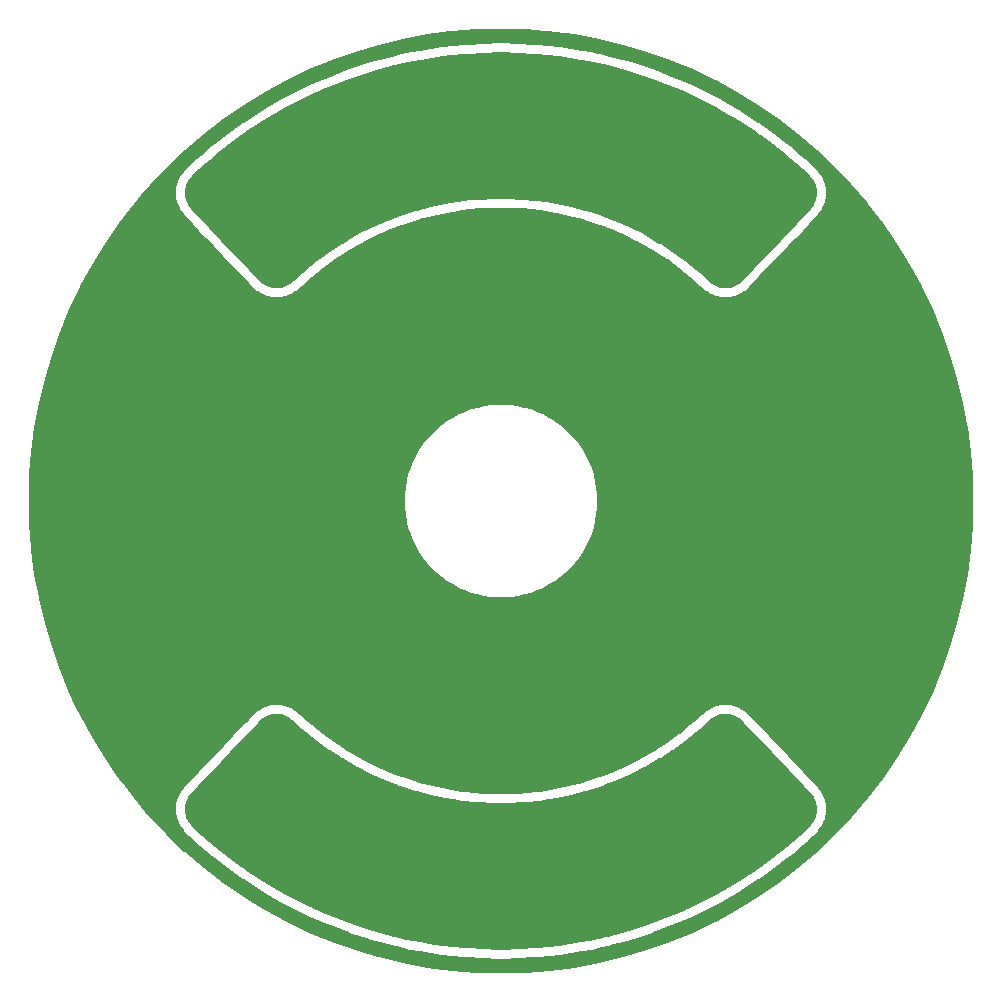
<source format=gbr>
%TF.GenerationSoftware,KiCad,Pcbnew,7.0.5.1-1-g8f565ef7f0-dirty-deb11*%
%TF.CreationDate,2023-07-01T18:37:16+00:00*%
%TF.ProjectId,USTTHUNDERMILLPCB03,55535454-4855-44e4-9445-524d494c4c50,rev?*%
%TF.SameCoordinates,Original*%
%TF.FileFunction,Copper,L1,Top*%
%TF.FilePolarity,Positive*%
%FSLAX46Y46*%
G04 Gerber Fmt 4.6, Leading zero omitted, Abs format (unit mm)*
G04 Created by KiCad (PCBNEW 7.0.5.1-1-g8f565ef7f0-dirty-deb11) date 2023-07-01 18:37:16*
%MOMM*%
%LPD*%
G01*
G04 APERTURE LIST*
%TA.AperFunction,ComponentPad*%
%ADD10C,3.000000*%
%TD*%
%TA.AperFunction,ViaPad*%
%ADD11C,0.800000*%
%TD*%
G04 APERTURE END LIST*
D10*
%TO.P,M2,1*%
%TO.N,GND*%
X-5500000Y9526279D03*
%TD*%
%TO.P,M3,1*%
%TO.N,GND*%
X-5500000Y-9526279D03*
%TD*%
%TO.P,M1,1*%
%TO.N,GND*%
X11000000Y0D03*
%TD*%
D11*
%TO.N,STATOR_A*%
X18900000Y19100000D03*
%TO.N,STATOR_B*%
X18900000Y-19300000D03*
%TO.N,GND*%
X37051635Y-409465D03*
X-34957193Y-12287634D03*
X-32292389Y-18171210D03*
X-37051635Y409465D03*
X-34677103Y13057177D03*
X-28646398Y-23502663D03*
X-36559840Y-6030705D03*
X-36417634Y6837193D03*
X28646398Y23502663D03*
X31882925Y-18880424D03*
X34957193Y12287634D03*
X-31882925Y18880424D03*
X28120000Y-24130000D03*
X36417634Y-6837193D03*
X-28120000Y24130000D03*
X36559840Y6030705D03*
X34677103Y-13057177D03*
X32292389Y18171210D03*
%TD*%
%TA.AperFunction,Conductor*%
%TO.N,STATOR_A*%
G36*
X221633Y37986104D02*
G01*
X418066Y37983534D01*
X1150475Y37964370D01*
X1151723Y37964321D01*
X3031332Y37865819D01*
X3033889Y37865617D01*
X4905094Y37668938D01*
X4907660Y37668601D01*
X6766692Y37374198D01*
X6767849Y37373999D01*
X7488307Y37240496D01*
X7897781Y37159019D01*
X7898940Y37158772D01*
X8306130Y37066597D01*
X9018625Y36895537D01*
X9019774Y36895245D01*
X10837818Y36408084D01*
X10840285Y36407353D01*
X12629678Y35825964D01*
X12632122Y35825099D01*
X14389363Y35150573D01*
X14390496Y35150122D01*
X15067442Y34869710D01*
X15450958Y34704953D01*
X15452101Y34704444D01*
X15831150Y34529721D01*
X16492551Y34214261D01*
X16493714Y34213687D01*
X18170703Y33359232D01*
X18172981Y33357995D01*
X19173048Y32780597D01*
X19802349Y32417263D01*
X19802353Y32417261D01*
X19804562Y32415907D01*
X21383107Y31390800D01*
X21384121Y31390123D01*
X21910812Y31028157D01*
X21987988Y30975118D01*
X22328873Y30734169D01*
X22329893Y30733428D01*
X22664307Y30483664D01*
X23762879Y29640689D01*
X23763896Y29639887D01*
X24214136Y29275309D01*
X24215131Y29274481D01*
X24251566Y29243367D01*
X24331737Y29174902D01*
X24413341Y29105215D01*
X24413342Y29105214D01*
X24457624Y29067415D01*
X24457633Y29067400D01*
X24457637Y29067404D01*
X24501941Y29029573D01*
X24546128Y28991811D01*
X24546129Y28991811D01*
X24678852Y28878444D01*
X24678853Y28878444D01*
X24678861Y28878437D01*
X24678862Y28878436D01*
X24722932Y28840810D01*
X24722936Y28840804D01*
X24722938Y28840805D01*
X24943826Y28652188D01*
X24943825Y28652188D01*
X24943828Y28652187D01*
X24999031Y28605041D01*
X25276529Y28368029D01*
X25279102Y28365831D01*
X25284341Y28361356D01*
X25284343Y28361353D01*
X25284343Y28361354D01*
X25339364Y28314356D01*
X25374757Y28284123D01*
X25375733Y28283267D01*
X25422859Y28240825D01*
X25475850Y28193100D01*
X25476785Y28192235D01*
X25575049Y28098962D01*
X25874805Y27814460D01*
X26040689Y27657025D01*
X26042070Y27655662D01*
X26200860Y27492669D01*
X26202187Y27491252D01*
X26224894Y27466038D01*
X26262868Y27423871D01*
X26266121Y27419853D01*
X26502936Y27093960D01*
X26513287Y27076035D01*
X26673960Y26715216D01*
X26680357Y26695528D01*
X26762488Y26309145D01*
X26764652Y26288560D01*
X26764648Y25893502D01*
X26762484Y25872918D01*
X26680357Y25486581D01*
X26673960Y25466894D01*
X26513287Y25106073D01*
X26502941Y25088154D01*
X26266331Y24762489D01*
X26262622Y24757971D01*
X25980684Y24453119D01*
X25975389Y24447545D01*
X25942237Y24412650D01*
X25678136Y24134664D01*
X25667784Y24123767D01*
X25662693Y24118408D01*
X25624575Y24078288D01*
X25554048Y24004056D01*
X25554049Y24004055D01*
X25028783Y23451123D01*
X24987821Y23407998D01*
X24415131Y22805152D01*
X24409853Y22799596D01*
X24405007Y22794495D01*
X24405007Y22794494D01*
X24372948Y22760756D01*
X24372949Y22760755D01*
X23717873Y22071221D01*
X23717874Y22071220D01*
X23686794Y22038503D01*
X22969573Y21283520D01*
X22939442Y21251803D01*
X22161948Y20433394D01*
X22161949Y20433393D01*
X22098151Y20366236D01*
X21423077Y19655632D01*
X21333724Y19561574D01*
X21333716Y19561566D01*
X21249839Y19473278D01*
X21064649Y19278348D01*
X21064650Y19278347D01*
X20582343Y18770653D01*
X20582344Y18770652D01*
X20486709Y18669981D01*
X20483447Y18666847D01*
X20179418Y18400370D01*
X20163664Y18389084D01*
X19821030Y18191261D01*
X19802123Y18182844D01*
X19674792Y18141474D01*
X19426384Y18060766D01*
X19406137Y18056463D01*
X19013288Y18015190D01*
X18992600Y18015190D01*
X18599739Y18056464D01*
X18579489Y18060768D01*
X18427164Y18110267D01*
X18203833Y18182839D01*
X18184930Y18191256D01*
X17842269Y18389084D01*
X17841162Y18389724D01*
X17827368Y18399336D01*
X17696260Y18508359D01*
X17514296Y18659671D01*
X17511871Y18661826D01*
X17397233Y18770616D01*
X17397211Y18770636D01*
X17397195Y18770651D01*
X16849278Y19264007D01*
X16849255Y19264027D01*
X16849243Y19264038D01*
X16849223Y19264055D01*
X16500882Y19561574D01*
X15540774Y20339083D01*
X15540713Y20339130D01*
X14488171Y21103866D01*
X14484449Y21104159D01*
X14468433Y21112587D01*
X13505136Y21738133D01*
X13416043Y21792724D01*
X13415996Y21792753D01*
X13415995Y21792753D01*
X13415992Y21792755D01*
X12990324Y22038503D01*
X12165107Y22514921D01*
X12118178Y22540401D01*
X12073143Y22564854D01*
X10972414Y23125746D01*
X10972372Y23125766D01*
X10069545Y23527746D01*
X9843833Y23628244D01*
X9843818Y23628250D01*
X9843814Y23628252D01*
X9843807Y23628255D01*
X9843786Y23628263D01*
X9843772Y23628269D01*
X8690491Y24070936D01*
X8690388Y24070974D01*
X8591893Y24105850D01*
X8591852Y24105864D01*
X7555421Y24442607D01*
X7218112Y24552201D01*
X7198018Y24558154D01*
X7117885Y24581891D01*
X7117834Y24581905D01*
X5924518Y24901655D01*
X5924513Y24901657D01*
X5924494Y24901661D01*
X4716107Y25158553D01*
X4716105Y25158554D01*
X4716102Y25158554D01*
X4715674Y25158645D01*
X4714816Y25158758D01*
X3825270Y25299678D01*
X3495908Y25351855D01*
X3495907Y25351856D01*
X3495889Y25351858D01*
X3413875Y25362655D01*
X3410390Y25363114D01*
X3392264Y25365500D01*
X3392245Y25365503D01*
X3392224Y25365505D01*
X2909751Y25416203D01*
X1955714Y25516451D01*
X1955689Y25516454D01*
X1955673Y25516455D01*
X1953618Y25516617D01*
X1851467Y25524652D01*
X1851443Y25524653D01*
X617722Y25589305D01*
X617710Y25589305D01*
X-617710Y25589305D01*
X-617723Y25589305D01*
X-1851445Y25524653D01*
X-1851469Y25524652D01*
X-1955664Y25516456D01*
X-1955669Y25516456D01*
X-1955676Y25516455D01*
X-1955685Y25516455D01*
X-1955718Y25516451D01*
X-2470882Y25462319D01*
X-3392219Y25365507D01*
X-3392244Y25365504D01*
X-3392262Y25365502D01*
X-3481061Y25353810D01*
X-3495894Y25351857D01*
X-3725583Y25315471D01*
X-4716099Y25158555D01*
X-5924498Y24901661D01*
X-5924522Y24901655D01*
X-5924521Y24901655D01*
X-7117844Y24581905D01*
X-7117867Y24581899D01*
X-7117893Y24581891D01*
X-7218119Y24552201D01*
X-8591901Y24105849D01*
X-8690442Y24070956D01*
X-8690492Y24070938D01*
X-9843796Y23628263D01*
X-9844723Y23627855D01*
X-9844895Y23627773D01*
X-10972380Y23125766D01*
X-10972422Y23125746D01*
X-12073147Y22564855D01*
X-12146303Y22525134D01*
X-12165118Y22514918D01*
X-12780752Y22159498D01*
X-13416002Y21792754D01*
X-13416052Y21792724D01*
X-13505114Y21738151D01*
X-14468439Y21112587D01*
X-14480691Y21109305D01*
X-15540719Y20339130D01*
X-15540780Y20339083D01*
X-16500866Y19561593D01*
X-16662833Y19423258D01*
X-16715658Y19378139D01*
X-16798909Y19307034D01*
X-16832493Y19278349D01*
X-16849285Y19264007D01*
X-17324863Y18835788D01*
X-17397221Y18770635D01*
X-17511880Y18661827D01*
X-17514305Y18659672D01*
X-17827372Y18399342D01*
X-17841171Y18389726D01*
X-18028773Y18281418D01*
X-18184945Y18191255D01*
X-18203842Y18182840D01*
X-18579505Y18060767D01*
X-18599747Y18056465D01*
X-18854670Y18029683D01*
X-18992613Y18015190D01*
X-19013301Y18015190D01*
X-19134566Y18027931D01*
X-19406156Y18056465D01*
X-19426395Y18060767D01*
X-19576334Y18109482D01*
X-19802134Y18182845D01*
X-19821044Y18191264D01*
X-20163679Y18389089D01*
X-20179433Y18400375D01*
X-20483461Y18666851D01*
X-20486723Y18669985D01*
X-20582357Y18770655D01*
X-20582357Y18770656D01*
X-21064663Y19278349D01*
X-21064663Y19278350D01*
X-21297147Y19523062D01*
X-22132858Y20402755D01*
X-22161966Y20433397D01*
X-22161966Y20433398D01*
X-22939458Y21251804D01*
X-22969590Y21283522D01*
X-22969591Y21283522D01*
X-23686808Y22038504D01*
X-23717888Y22071223D01*
X-23717890Y22071226D01*
X-24372957Y22760754D01*
X-24405014Y22794494D01*
X-24405015Y22794496D01*
X-24405020Y22794500D01*
X-24719696Y23125746D01*
X-24989186Y23409427D01*
X-24995957Y23416555D01*
X-25028791Y23451121D01*
X-25028793Y23451124D01*
X-25554060Y24004057D01*
X-25554060Y24004058D01*
X-25617636Y24070974D01*
X-25650776Y24105855D01*
X-25662704Y24118410D01*
X-25970708Y24442605D01*
X-25980689Y24453112D01*
X-25980695Y24453119D01*
X-26262635Y24757974D01*
X-26266344Y24762492D01*
X-26502954Y25088156D01*
X-26513300Y25106075D01*
X-26673975Y25466902D01*
X-26680372Y25486590D01*
X-26762495Y25872927D01*
X-26764658Y25893495D01*
X-26764662Y26288560D01*
X-26762499Y26309142D01*
X-26680371Y26695525D01*
X-26673973Y26715214D01*
X-26513300Y27076035D01*
X-26513297Y27076045D01*
X-26502946Y27093968D01*
X-26266123Y27419871D01*
X-26262892Y27423862D01*
X-26202171Y27491288D01*
X-26200924Y27492620D01*
X-26042061Y27655685D01*
X-26040752Y27656978D01*
X-25928655Y27763363D01*
X-25874811Y27814462D01*
X-25575067Y28098958D01*
X-25566488Y28107103D01*
X-25476754Y28192280D01*
X-25475942Y28193031D01*
X-25375738Y28283278D01*
X-25374770Y28284126D01*
X-25284357Y28361356D01*
X-24999047Y28605043D01*
X-24943843Y28652189D01*
X-24722961Y28840804D01*
X-24722957Y28840806D01*
X-24678890Y28878430D01*
X-24546165Y28991800D01*
X-24501957Y29029578D01*
X-24457657Y29067406D01*
X-24457656Y29067404D01*
X-24457647Y29067415D01*
X-24413365Y29105215D01*
X-24215083Y29274542D01*
X-24214244Y29275240D01*
X-23763887Y29639912D01*
X-23762921Y29640674D01*
X-22664352Y30483646D01*
X-22329910Y30733430D01*
X-22328889Y30734171D01*
X-21988006Y30975118D01*
X-21384105Y31390148D01*
X-21383170Y31390771D01*
X-19804575Y32415912D01*
X-19802394Y32417249D01*
X-18172952Y33358023D01*
X-18170724Y33359232D01*
X-16493675Y34213718D01*
X-16492652Y34214223D01*
X-15831163Y34529724D01*
X-15452037Y34704484D01*
X-15451064Y34704917D01*
X-15067506Y34869692D01*
X-14888248Y34943947D01*
X-14390498Y35150131D01*
X-14389365Y35150582D01*
X-12632122Y35825108D01*
X-12629706Y35825963D01*
X-10840293Y36407358D01*
X-10837857Y36408079D01*
X-9019773Y36895249D01*
X-9018660Y36895531D01*
X-8306140Y37066597D01*
X-7898933Y37158777D01*
X-7897817Y37159015D01*
X-7488325Y37240496D01*
X-6767854Y37374001D01*
X-6766722Y37374195D01*
X-4907672Y37668602D01*
X-4905111Y37668938D01*
X-4327999Y37729598D01*
X-3033898Y37865619D01*
X-3031382Y37865817D01*
X-1151737Y37964321D01*
X-1150493Y37964370D01*
X-418082Y37983534D01*
X-224904Y37986061D01*
X-620Y37988995D01*
X604Y37988995D01*
X221633Y37986104D01*
G37*
%TD.AperFunction*%
%TD*%
%TA.AperFunction,Conductor*%
%TO.N,STATOR_B*%
G36*
X-18599748Y-18056459D02*
G01*
X-18579496Y-18060763D01*
X-18203839Y-18182834D01*
X-18184937Y-18191251D01*
X-17841173Y-18389717D01*
X-17827376Y-18399331D01*
X-17680072Y-18521821D01*
X-17514300Y-18659668D01*
X-17511887Y-18661812D01*
X-17397198Y-18770648D01*
X-16849282Y-19264001D01*
X-16710621Y-19382431D01*
X-16500863Y-19561586D01*
X-15540754Y-20339097D01*
X-15540725Y-20339118D01*
X-14541249Y-21065300D01*
X-14541249Y-21065299D01*
X-14519316Y-21081235D01*
X-14515277Y-21082204D01*
X-14513103Y-21083575D01*
X-13572047Y-21694677D01*
X-13505111Y-21738144D01*
X-13416049Y-21792717D01*
X-13416018Y-21792735D01*
X-13415999Y-21792747D01*
X-13415975Y-21792761D01*
X-13415941Y-21792781D01*
X-12165154Y-22514891D01*
X-12165107Y-22514918D01*
X-12073125Y-22564861D01*
X-10972399Y-23125751D01*
X-9843821Y-23628245D01*
X-9843810Y-23628250D01*
X-9843781Y-23628261D01*
X-8690488Y-24070933D01*
X-8690464Y-24070941D01*
X-8690437Y-24070952D01*
X-8628009Y-24093057D01*
X-8591898Y-24105844D01*
X-8591886Y-24105848D01*
X-8591880Y-24105850D01*
X-7218119Y-24552196D01*
X-7117843Y-24581899D01*
X-5924519Y-24901649D01*
X-4716901Y-25158379D01*
X-4716657Y-25158436D01*
X-4716187Y-25158531D01*
X-4716104Y-25158549D01*
X-4716100Y-25158550D01*
X-3495889Y-25351854D01*
X-3424413Y-25361264D01*
X-3392256Y-25365498D01*
X-3392250Y-25365498D01*
X-3392224Y-25365502D01*
X-1955674Y-25516452D01*
X-1851441Y-25524651D01*
X-655662Y-25587312D01*
X-650478Y-25589301D01*
X-617710Y-25589301D01*
X-617710Y-25589302D01*
X578211Y-25589301D01*
X583699Y-25591084D01*
X617710Y-25589301D01*
X617710Y-25589302D01*
X1851440Y-25524651D01*
X1851463Y-25524649D01*
X1851467Y-25524649D01*
X1862714Y-25523764D01*
X1955678Y-25516452D01*
X3392232Y-25365501D01*
X3392260Y-25365497D01*
X3392263Y-25365497D01*
X3397960Y-25364746D01*
X3495893Y-25351854D01*
X4714829Y-25158751D01*
X4715680Y-25158639D01*
X4716094Y-25158550D01*
X4716100Y-25158550D01*
X4716101Y-25158550D01*
X5924520Y-24901649D01*
X7117848Y-24581898D01*
X7218122Y-24552195D01*
X8591880Y-24105850D01*
X8690435Y-24070953D01*
X8690488Y-24070933D01*
X8923368Y-23981545D01*
X9843811Y-23628249D01*
X9843823Y-23628244D01*
X10972402Y-23125751D01*
X12073128Y-22564861D01*
X12165110Y-22514918D01*
X13416002Y-21792747D01*
X13505119Y-21738141D01*
X14468436Y-21112582D01*
X14480689Y-21109299D01*
X14541232Y-21065310D01*
X14541250Y-21065299D01*
X14541249Y-21065300D01*
X15540723Y-20339119D01*
X15540748Y-20339100D01*
X16500893Y-19561561D01*
X16849282Y-19264001D01*
X17397199Y-18770648D01*
X17511902Y-18661798D01*
X17514291Y-18659676D01*
X17827374Y-18399332D01*
X17841164Y-18389723D01*
X18184943Y-18191246D01*
X18203829Y-18182837D01*
X18579500Y-18060761D01*
X18599737Y-18056460D01*
X18992611Y-18015185D01*
X19013285Y-18015185D01*
X19406144Y-18056458D01*
X19426384Y-18060760D01*
X19802126Y-18182839D01*
X19821035Y-18191257D01*
X20163664Y-18389079D01*
X20179414Y-18400362D01*
X20483456Y-18666849D01*
X20486708Y-18669973D01*
X20582347Y-18770648D01*
X21064652Y-19278340D01*
X21187009Y-19407134D01*
X21297138Y-19523056D01*
X22132847Y-20402748D01*
X22161955Y-20433389D01*
X22939449Y-21251796D01*
X22969579Y-21283511D01*
X22969581Y-21283514D01*
X22969582Y-21283514D01*
X23685363Y-22036988D01*
X23686379Y-22038057D01*
X23686796Y-22038496D01*
X23686797Y-22038498D01*
X23686798Y-22038498D01*
X23717877Y-22071216D01*
X24186853Y-22564866D01*
X24372947Y-22760750D01*
X24405003Y-22794489D01*
X24405007Y-22794493D01*
X24405006Y-22794493D01*
X24405009Y-22794495D01*
X24995944Y-23416545D01*
X24995947Y-23416551D01*
X24995949Y-23416550D01*
X25028779Y-23451114D01*
X25197046Y-23628245D01*
X25554047Y-24004051D01*
X25662694Y-24118407D01*
X25970694Y-24442599D01*
X25970695Y-24442601D01*
X25970696Y-24442601D01*
X25980677Y-24453107D01*
X26262623Y-24757964D01*
X26266323Y-24762473D01*
X26502944Y-25088149D01*
X26513291Y-25106068D01*
X26673966Y-25466897D01*
X26680363Y-25486585D01*
X26762656Y-25873727D01*
X26764806Y-25892672D01*
X26771402Y-26291024D01*
X26769580Y-26311641D01*
X26694067Y-26698260D01*
X26686663Y-26721045D01*
X26520497Y-27078180D01*
X26509850Y-27095932D01*
X26265911Y-27420199D01*
X26263136Y-27423568D01*
X26202185Y-27491250D01*
X26200858Y-27492667D01*
X26042063Y-27655664D01*
X26040682Y-27657027D01*
X25874806Y-27814452D01*
X25575052Y-28098949D01*
X25571757Y-28102078D01*
X25476794Y-28192225D01*
X25475901Y-28193051D01*
X25400471Y-28260989D01*
X25375753Y-28283252D01*
X25374775Y-28284110D01*
X25284351Y-28361347D01*
X25284347Y-28361350D01*
X25014035Y-28592226D01*
X24970555Y-28629361D01*
X24943831Y-28652187D01*
X24940939Y-28654656D01*
X24937494Y-28657598D01*
X24730380Y-28834455D01*
X24723452Y-28840371D01*
X24722945Y-28840805D01*
X24678869Y-28878436D01*
X24546145Y-28991801D01*
X24501218Y-29030193D01*
X24459503Y-29065814D01*
X24458623Y-29066565D01*
X24413355Y-29105206D01*
X24336542Y-29170802D01*
X24215113Y-29274497D01*
X24214118Y-29275324D01*
X23763912Y-29639870D01*
X23762896Y-29640671D01*
X22664308Y-30483658D01*
X22329897Y-30733424D01*
X22328848Y-30734186D01*
X21988038Y-30975084D01*
X21488321Y-31318512D01*
X21384174Y-31390087D01*
X21383110Y-31390798D01*
X19804570Y-32415899D01*
X19802361Y-32417253D01*
X18172983Y-33357992D01*
X18170705Y-33359229D01*
X16493685Y-34213703D01*
X16492522Y-34214276D01*
X16171543Y-34367370D01*
X16127041Y-34388596D01*
X15831180Y-34529710D01*
X15831111Y-34529742D01*
X15831073Y-34529759D01*
X15758141Y-34563376D01*
X15452143Y-34704427D01*
X15450960Y-34704954D01*
X15067492Y-34869691D01*
X14390541Y-35150105D01*
X14389336Y-35150585D01*
X12632124Y-35825096D01*
X12629680Y-35825961D01*
X11405314Y-36223766D01*
X10840295Y-36407344D01*
X10837820Y-36408078D01*
X9019833Y-36895226D01*
X9018577Y-36895545D01*
X8784607Y-36951718D01*
X8306126Y-37066596D01*
X8196069Y-37091509D01*
X7898977Y-37158761D01*
X7897712Y-37159029D01*
X7488378Y-37240479D01*
X7488347Y-37240485D01*
X6767901Y-37373985D01*
X6766625Y-37374204D01*
X4907689Y-37668590D01*
X4905120Y-37668928D01*
X3033892Y-37865609D01*
X3031307Y-37865812D01*
X1548856Y-37943502D01*
X1151731Y-37964313D01*
X1150461Y-37964364D01*
X418085Y-37983527D01*
X647Y-37988988D01*
X-649Y-37988988D01*
X-418087Y-37983527D01*
X-1150463Y-37964364D01*
X-1151730Y-37964314D01*
X-3031332Y-37865811D01*
X-3033904Y-37865609D01*
X-4905107Y-37668930D01*
X-4907676Y-37668592D01*
X-6103784Y-37479173D01*
X-6766640Y-37374201D01*
X-6767903Y-37373985D01*
X-7488296Y-37240495D01*
X-7897748Y-37159023D01*
X-7899017Y-37158753D01*
X-8020041Y-37131357D01*
X-8306133Y-37066596D01*
X-9018582Y-36895545D01*
X-9019839Y-36895226D01*
X-10837826Y-36408078D01*
X-10840311Y-36407342D01*
X-12629693Y-35825959D01*
X-12632137Y-35825094D01*
X-14389341Y-35150585D01*
X-14390546Y-35150105D01*
X-15067495Y-34869692D01*
X-15450978Y-34704949D01*
X-15452161Y-34704422D01*
X-15831175Y-34529715D01*
X-16127047Y-34388596D01*
X-16171550Y-34367370D01*
X-16492526Y-34214277D01*
X-16493689Y-34213704D01*
X-18170696Y-33359237D01*
X-18172974Y-33358000D01*
X-19802366Y-32417253D01*
X-19804575Y-32415899D01*
X-21383117Y-31390799D01*
X-21384148Y-31390111D01*
X-21791810Y-31109947D01*
X-21988045Y-30975085D01*
X-22328850Y-30734191D01*
X-22329878Y-30733444D01*
X-22664324Y-30483656D01*
X-23762909Y-29640671D01*
X-23763881Y-29639905D01*
X-24062667Y-29397967D01*
X-24214127Y-29275324D01*
X-24215122Y-29274497D01*
X-24413363Y-29105208D01*
X-24413363Y-29105207D01*
X-24460253Y-29065179D01*
X-24501949Y-29029573D01*
X-24546142Y-28991809D01*
X-24546159Y-28991794D01*
X-24678875Y-28878435D01*
X-24722949Y-28840805D01*
X-24722949Y-28840804D01*
X-24722955Y-28840800D01*
X-24943828Y-28652192D01*
X-24943832Y-28652186D01*
X-24943833Y-28652188D01*
X-24999040Y-28605039D01*
X-25284349Y-28361350D01*
X-25374764Y-28284119D01*
X-25375741Y-28283262D01*
X-25475844Y-28193105D01*
X-25476796Y-28192225D01*
X-25575057Y-28098952D01*
X-25874807Y-27814452D01*
X-26040698Y-27657015D01*
X-26042062Y-27655668D01*
X-26092940Y-27603445D01*
X-26200889Y-27492641D01*
X-26202192Y-27491249D01*
X-26262864Y-27423877D01*
X-26266122Y-27419855D01*
X-26502945Y-27093953D01*
X-26513289Y-27076039D01*
X-26636509Y-26799323D01*
X-26673965Y-26715207D01*
X-26680363Y-26695518D01*
X-26762491Y-26309134D01*
X-26764654Y-26288550D01*
X-26764650Y-25893487D01*
X-26762488Y-25872922D01*
X-26680363Y-25486578D01*
X-26673967Y-25466898D01*
X-26673967Y-25466897D01*
X-26513293Y-25106066D01*
X-26502954Y-25088159D01*
X-26266328Y-24762471D01*
X-26262632Y-24757968D01*
X-25980681Y-24453107D01*
X-25970700Y-24442600D01*
X-25662697Y-24118407D01*
X-25554050Y-24004051D01*
X-25028784Y-23451117D01*
X-24995950Y-23416550D01*
X-24405011Y-22794493D01*
X-24405006Y-22794491D01*
X-24405007Y-22794490D01*
X-24405006Y-22794489D01*
X-24372949Y-22760750D01*
X-23717882Y-22071219D01*
X-23686799Y-22038498D01*
X-22969578Y-21283511D01*
X-22939448Y-21251796D01*
X-22161957Y-20433389D01*
X-22132849Y-20402748D01*
X-21297141Y-19523057D01*
X-21064654Y-19278340D01*
X-20582348Y-18770648D01*
X-20486700Y-18669963D01*
X-20483469Y-18666859D01*
X-20179412Y-18400358D01*
X-20163671Y-18389082D01*
X-19821034Y-18191256D01*
X-19802132Y-18182840D01*
X-19426384Y-18060759D01*
X-19406147Y-18056458D01*
X-19013285Y-18015185D01*
X-18992611Y-18015185D01*
X-18599748Y-18056459D01*
G37*
%TD.AperFunction*%
%TD*%
%TA.AperFunction,Conductor*%
%TO.N,GND*%
G36*
X1962942Y39948113D02*
G01*
X2092099Y39944731D01*
X2094676Y39944597D01*
X3760226Y39813521D01*
X4179784Y39780502D01*
X4182363Y39780231D01*
X4537171Y39733510D01*
X6256062Y39507165D01*
X6258553Y39506770D01*
X8315106Y39125641D01*
X8317620Y39125107D01*
X10351412Y38636817D01*
X10353896Y38636152D01*
X12359352Y38042175D01*
X12361743Y38041398D01*
X14333317Y37343158D01*
X14335674Y37342254D01*
X16268136Y36541822D01*
X16270443Y36540794D01*
X17406035Y35999163D01*
X18158209Y35640406D01*
X18160489Y35639245D01*
X19998612Y34641184D01*
X20000831Y34639903D01*
X21784242Y33547046D01*
X21786374Y33545661D01*
X22504362Y33052206D01*
X23510041Y32361027D01*
X23512129Y32359510D01*
X23952251Y32021776D01*
X25171463Y31086195D01*
X25173470Y31084570D01*
X26763897Y29726253D01*
X26765787Y29724550D01*
X27791675Y28751070D01*
X28283014Y28284831D01*
X28284847Y28282998D01*
X29623794Y26871969D01*
X29724541Y26765799D01*
X29726252Y26763900D01*
X31000488Y25271922D01*
X31084562Y25173481D01*
X31086192Y25171468D01*
X32359510Y23512132D01*
X32361034Y23510033D01*
X33094355Y22443034D01*
X33545639Y21786404D01*
X33545644Y21786398D01*
X33547047Y21784238D01*
X33967096Y21098768D01*
X34639887Y20000854D01*
X34641182Y19998611D01*
X35639238Y18160515D01*
X35640415Y18158204D01*
X36540791Y16270455D01*
X36541830Y16268121D01*
X37342232Y14335730D01*
X37343160Y14333312D01*
X38041387Y12361769D01*
X38042189Y12359301D01*
X38636152Y10353902D01*
X38636822Y10351400D01*
X39125105Y8317637D01*
X39125644Y8315101D01*
X39357717Y7062848D01*
X39476501Y6421894D01*
X39506765Y6258594D01*
X39507171Y6256036D01*
X39780232Y4182366D01*
X39780503Y4179787D01*
X39944604Y2094690D01*
X39944739Y2092101D01*
X39999466Y1297D01*
X39999466Y-1294D01*
X39944724Y-2092109D01*
X39944589Y-2094697D01*
X39780503Y-4179792D01*
X39780232Y-4182371D01*
X39507166Y-6256018D01*
X39506760Y-6258576D01*
X39125640Y-8315119D01*
X39125101Y-8317655D01*
X38636813Y-10351410D01*
X38636143Y-10353912D01*
X38042191Y-12359301D01*
X38041389Y-12361769D01*
X37343158Y-14333326D01*
X37342230Y-14335745D01*
X36541837Y-16268091D01*
X36540783Y-16270459D01*
X35640403Y-18158216D01*
X35639226Y-18160527D01*
X34641182Y-19998617D01*
X34639887Y-20000860D01*
X33547056Y-21784227D01*
X33545644Y-21786401D01*
X32361034Y-23510035D01*
X32359510Y-23512134D01*
X31086192Y-25171470D01*
X31084562Y-25173483D01*
X30138096Y-26281682D01*
X29726291Y-26763859D01*
X29726266Y-26763888D01*
X29724532Y-26765813D01*
X28284840Y-28283013D01*
X28283005Y-28284848D01*
X26765784Y-29724559D01*
X26763866Y-29726286D01*
X26607973Y-29859428D01*
X25173475Y-31084569D01*
X25171463Y-31086199D01*
X23512130Y-32359508D01*
X23510033Y-32361032D01*
X21786385Y-33545657D01*
X21784211Y-33547069D01*
X20000836Y-34639905D01*
X19998593Y-34641200D01*
X18160512Y-35639238D01*
X18158201Y-35640415D01*
X16270476Y-36540788D01*
X16268108Y-36541843D01*
X14335689Y-37342247D01*
X14333271Y-37343175D01*
X12789183Y-37890022D01*
X12361760Y-38041396D01*
X12359303Y-38042194D01*
X10353899Y-38636159D01*
X10351397Y-38636829D01*
X8317626Y-39125106D01*
X8315090Y-39125645D01*
X6258584Y-39506773D01*
X6256025Y-39507179D01*
X4182363Y-39780232D01*
X4179784Y-39780503D01*
X2094687Y-39944604D01*
X2092098Y-39944739D01*
X1295Y-39999466D01*
X-1296Y-39999466D01*
X-2092108Y-39944724D01*
X-2094696Y-39944589D01*
X-4179791Y-39780503D01*
X-4182370Y-39780232D01*
X-6256021Y-39507166D01*
X-6258578Y-39506760D01*
X-8315122Y-39125640D01*
X-8317658Y-39125101D01*
X-10351413Y-38636813D01*
X-10353915Y-38636143D01*
X-10448743Y-38608057D01*
X-12359335Y-38042181D01*
X-12361778Y-38041387D01*
X-14333318Y-37343160D01*
X-14335710Y-37342242D01*
X-16268095Y-36541836D01*
X-16270461Y-36540783D01*
X-18158219Y-35640403D01*
X-18160520Y-35639231D01*
X-19998615Y-34641183D01*
X-20000852Y-34639892D01*
X-21003411Y-34025534D01*
X-21784244Y-33547047D01*
X-21786394Y-33545650D01*
X-22260861Y-33219562D01*
X-23510038Y-32361034D01*
X-23512137Y-32359510D01*
X-23512140Y-32359508D01*
X-23960421Y-32015512D01*
X-25171473Y-31086192D01*
X-25173486Y-31084562D01*
X-26763917Y-29726242D01*
X-26765805Y-29724541D01*
X-26813032Y-29679727D01*
X-28283004Y-28284847D01*
X-28284837Y-28283014D01*
X-28363734Y-28199870D01*
X-29724564Y-26765780D01*
X-29726269Y-26763887D01*
X-30115330Y-26308342D01*
X-27520154Y-26308342D01*
X-27518088Y-26347786D01*
X-27518085Y-26347827D01*
X-27511786Y-26407767D01*
X-27511786Y-26407768D01*
X-27507152Y-26437033D01*
X-27505596Y-26446855D01*
X-27437799Y-26765813D01*
X-27415237Y-26871960D01*
X-27415233Y-26871977D01*
X-27405005Y-26910148D01*
X-27404998Y-26910170D01*
X-27404995Y-26910181D01*
X-27386366Y-26967510D01*
X-27372182Y-27004457D01*
X-27365715Y-27018979D01*
X-27195413Y-27401428D01*
X-27195401Y-27401454D01*
X-27188590Y-27414819D01*
X-27177443Y-27436693D01*
X-27147311Y-27488877D01*
X-27147302Y-27488892D01*
X-27125750Y-27522072D01*
X-26871471Y-27871995D01*
X-26871436Y-27872042D01*
X-26859426Y-27887689D01*
X-26859415Y-27887703D01*
X-26854195Y-27894147D01*
X-26843709Y-27907093D01*
X-26830865Y-27922127D01*
X-26830092Y-27922985D01*
X-26758726Y-28002231D01*
X-26758666Y-28002295D01*
X-26747284Y-28014455D01*
X-26578135Y-28188077D01*
X-26578121Y-28188091D01*
X-26578114Y-28188098D01*
X-26566216Y-28199848D01*
X-26566198Y-28199865D01*
X-26566193Y-28199870D01*
X-26476858Y-28284652D01*
X-26394905Y-28362428D01*
X-26394905Y-28362429D01*
X-26095155Y-28646929D01*
X-26095155Y-28646928D01*
X-25993289Y-28743624D01*
X-25985072Y-28751219D01*
X-25923422Y-28806743D01*
X-25877663Y-28847955D01*
X-25869231Y-28855352D01*
X-25829296Y-28889463D01*
X-25775033Y-28935815D01*
X-25775032Y-28935815D01*
X-25489701Y-29179523D01*
X-25489700Y-29179523D01*
X-25435481Y-29225829D01*
X-25435466Y-29225843D01*
X-25213541Y-29415349D01*
X-25169429Y-29453012D01*
X-25038374Y-29564950D01*
X-25036968Y-29566151D01*
X-25036968Y-29566152D01*
X-24992660Y-29604015D01*
X-24950818Y-29639745D01*
X-24949174Y-29641148D01*
X-24908517Y-29675855D01*
X-24849513Y-29726242D01*
X-24701909Y-29852290D01*
X-24693320Y-29859428D01*
X-24235432Y-30230197D01*
X-24226703Y-30237076D01*
X-23120348Y-31086023D01*
X-22777999Y-31341714D01*
X-22768966Y-31348278D01*
X-22420055Y-31594901D01*
X-22116402Y-31803586D01*
X-21807791Y-32015678D01*
X-21798582Y-32021823D01*
X-21798563Y-32021835D01*
X-21798547Y-32021846D01*
X-20211916Y-33052199D01*
X-20207989Y-33054677D01*
X-20203623Y-33057433D01*
X-20203599Y-33057448D01*
X-20203589Y-33057454D01*
X-20192950Y-33063974D01*
X-20192921Y-33063991D01*
X-20184418Y-33069051D01*
X-18546429Y-34014763D01*
X-18537912Y-34019531D01*
X-18537839Y-34019572D01*
X-18526868Y-34025530D01*
X-18520291Y-34028991D01*
X-18518114Y-34030137D01*
X-18518098Y-34030145D01*
X-16832148Y-34889168D01*
X-16822131Y-34894103D01*
X-16822064Y-34894136D01*
X-16151977Y-35213740D01*
X-16151943Y-35213756D01*
X-15764023Y-35392568D01*
X-15753811Y-35397118D01*
X-15361175Y-35565793D01*
X-15010376Y-35711104D01*
X-14674925Y-35850059D01*
X-14664565Y-35854187D01*
X-14664516Y-35854205D01*
X-14664513Y-35854207D01*
X-12898233Y-36532199D01*
X-12888897Y-36535642D01*
X-12877130Y-36539807D01*
X-12867822Y-36542966D01*
X-11069058Y-37127397D01*
X-11059606Y-37130332D01*
X-11047642Y-37133875D01*
X-11047599Y-37133887D01*
X-11038138Y-37136556D01*
X-10265234Y-37343663D01*
X-9210539Y-37626279D01*
X-9202961Y-37628202D01*
X-9199681Y-37629035D01*
X-8477751Y-37802363D01*
X-8061029Y-37896694D01*
X-8050135Y-37899012D01*
X-8050105Y-37899018D01*
X-8050086Y-37899022D01*
X-7630847Y-37982441D01*
X-6900414Y-38117792D01*
X-6889409Y-38119674D01*
X-5379533Y-38358782D01*
X-5020996Y-38415561D01*
X-5020951Y-38415568D01*
X-5011141Y-38416990D01*
X-4998771Y-38418618D01*
X-4990608Y-38419583D01*
X-4989035Y-38419770D01*
X-4989024Y-38419771D01*
X-4988983Y-38419776D01*
X-3107929Y-38617490D01*
X-3098018Y-38618400D01*
X-3094110Y-38618706D01*
X-3085617Y-38619374D01*
X-3085159Y-38619403D01*
X-3075778Y-38620018D01*
X-3075733Y-38620020D01*
X-3075723Y-38620021D01*
X-1252672Y-38715560D01*
X-1186396Y-38719034D01*
X-1176761Y-38719414D01*
X-1175241Y-38719474D01*
X-1152356Y-38720072D01*
X-432910Y-38738898D01*
X-5591Y-38744488D01*
X-5556Y-38744488D01*
X5554Y-38744488D01*
X5589Y-38744488D01*
X432908Y-38738898D01*
X1175500Y-38719467D01*
X1186659Y-38719019D01*
X1186659Y-38719018D01*
X3075725Y-38620022D01*
X3079025Y-38619805D01*
X3085556Y-38619378D01*
X3098002Y-38618400D01*
X3107916Y-38617490D01*
X4988996Y-38419774D01*
X4998784Y-38418616D01*
X5011154Y-38416988D01*
X5020964Y-38415566D01*
X6889614Y-38119642D01*
X6900632Y-38117751D01*
X7630899Y-37982431D01*
X8049729Y-37899092D01*
X8057369Y-37897472D01*
X8060682Y-37896771D01*
X8477743Y-37802363D01*
X9102237Y-37652428D01*
X9199761Y-37629014D01*
X9210603Y-37626261D01*
X11038199Y-37136538D01*
X11047831Y-37133820D01*
X11059783Y-37130275D01*
X11069045Y-37127397D01*
X11069097Y-37127381D01*
X11229201Y-37075362D01*
X12867808Y-36542968D01*
X12877117Y-36539809D01*
X12888884Y-36535644D01*
X12898220Y-36532201D01*
X14664508Y-35854207D01*
X14674909Y-35850063D01*
X15361172Y-35565792D01*
X15753794Y-35397123D01*
X15764005Y-35392574D01*
X16151840Y-35213801D01*
X16822107Y-34894112D01*
X16832144Y-34889167D01*
X18518107Y-34030137D01*
X18526877Y-34025522D01*
X18537848Y-34019564D01*
X18542532Y-34016941D01*
X18546437Y-34014755D01*
X19356122Y-33547274D01*
X20184415Y-33069050D01*
X20192945Y-33063974D01*
X20203584Y-33057454D01*
X20211911Y-33052199D01*
X21798742Y-32021714D01*
X21808023Y-32015512D01*
X22420048Y-31594900D01*
X22768914Y-31348308D01*
X22777971Y-31341729D01*
X23120335Y-31086023D01*
X24226749Y-30237031D01*
X24235520Y-30230116D01*
X24693310Y-29859429D01*
X24701900Y-29852289D01*
X24903855Y-29679828D01*
X24949172Y-29641144D01*
X24991923Y-29604640D01*
X25036808Y-29566283D01*
X25036827Y-29566275D01*
X25036823Y-29566271D01*
X25038370Y-29564950D01*
X25169547Y-29452906D01*
X25169546Y-29452905D01*
X25171966Y-29450839D01*
X25213530Y-29415354D01*
X25428132Y-29232102D01*
X25541824Y-29134996D01*
X25775022Y-28935822D01*
X25869259Y-28855329D01*
X25877701Y-28847923D01*
X25985234Y-28751070D01*
X25993392Y-28743524D01*
X26091901Y-28650011D01*
X26091900Y-28650010D01*
X26095161Y-28646915D01*
X26394899Y-28362433D01*
X26394898Y-28362432D01*
X26413244Y-28345020D01*
X26566123Y-28199933D01*
X26578041Y-28188170D01*
X26747208Y-28014527D01*
X26758663Y-28002295D01*
X26830116Y-27922951D01*
X26840988Y-27910329D01*
X26854350Y-27894107D01*
X26864647Y-27881029D01*
X27125481Y-27534304D01*
X27147579Y-27501486D01*
X27178580Y-27449796D01*
X27197134Y-27414831D01*
X27381317Y-27018974D01*
X27398097Y-26976323D01*
X27419666Y-26909947D01*
X27431163Y-26865577D01*
X27514862Y-26437045D01*
X27520405Y-26397859D01*
X27525710Y-26337828D01*
X27527126Y-26298293D01*
X27519901Y-25861947D01*
X27517542Y-25825583D01*
X27511283Y-25770431D01*
X27505433Y-25734465D01*
X27505428Y-25734445D01*
X27505423Y-25734414D01*
X27415245Y-25310180D01*
X27415232Y-25310124D01*
X27405001Y-25271946D01*
X27404999Y-25271937D01*
X27386373Y-25214610D01*
X27372185Y-25177652D01*
X27195410Y-24780667D01*
X27177444Y-24745411D01*
X27147315Y-24693235D01*
X27125786Y-24660086D01*
X27125786Y-24660085D01*
X27125782Y-24660080D01*
X27125776Y-24660070D01*
X26870999Y-24309405D01*
X26857411Y-24291815D01*
X26839566Y-24270068D01*
X26839523Y-24270019D01*
X26824876Y-24253210D01*
X26824851Y-24253182D01*
X26531900Y-23936427D01*
X26531888Y-23936414D01*
X26101768Y-23483684D01*
X25576527Y-22930775D01*
X25543732Y-22896248D01*
X25543728Y-22896244D01*
X25542777Y-22895243D01*
X24952732Y-22274130D01*
X24952729Y-22274126D01*
X24920648Y-22240362D01*
X24488950Y-21785952D01*
X24265609Y-21550860D01*
X23517322Y-20763166D01*
X22709689Y-19913036D01*
X22709689Y-19913035D01*
X22709688Y-19913035D01*
X21844872Y-19002701D01*
X21844872Y-19002700D01*
X21598365Y-18743228D01*
X21097732Y-18216241D01*
X21028527Y-18143393D01*
X21028518Y-18143383D01*
X21028500Y-18143365D01*
X21016324Y-18131121D01*
X21000626Y-18116041D01*
X20987918Y-18104379D01*
X20984239Y-18101154D01*
X20663476Y-17820012D01*
X20663473Y-17820009D01*
X20648522Y-17808148D01*
X20634446Y-17796981D01*
X20588587Y-17764128D01*
X20557458Y-17744060D01*
X20181666Y-17527091D01*
X20181642Y-17527077D01*
X20181636Y-17527074D01*
X20146400Y-17509121D01*
X20146373Y-17509108D01*
X20091350Y-17484612D01*
X20091328Y-17484603D01*
X20054380Y-17470420D01*
X19641026Y-17336121D01*
X19641015Y-17336117D01*
X19602836Y-17325889D01*
X19602813Y-17325883D01*
X19602806Y-17325881D01*
X19602782Y-17325876D01*
X19578636Y-17320744D01*
X19543858Y-17313352D01*
X19543855Y-17313351D01*
X19543848Y-17313350D01*
X19504745Y-17307158D01*
X19072558Y-17261754D01*
X19072546Y-17261753D01*
X19056002Y-17260886D01*
X19033060Y-17259685D01*
X18972836Y-17259685D01*
X18950807Y-17260838D01*
X18933348Y-17261753D01*
X18933336Y-17261754D01*
X18501124Y-17307162D01*
X18462025Y-17313353D01*
X18403074Y-17325883D01*
X18364842Y-17336127D01*
X18364841Y-17336127D01*
X18364840Y-17336128D01*
X18211219Y-17386047D01*
X17951517Y-17470438D01*
X17914609Y-17484608D01*
X17859572Y-17509113D01*
X17859550Y-17509123D01*
X17824339Y-17527065D01*
X17824309Y-17527082D01*
X17449531Y-17743455D01*
X17449507Y-17743470D01*
X17422409Y-17760690D01*
X17422387Y-17760704D01*
X17382258Y-17788667D01*
X17382253Y-17788670D01*
X17356692Y-17808149D01*
X17026514Y-18082708D01*
X17017170Y-18090738D01*
X17005514Y-18101092D01*
X16996357Y-18109500D01*
X16884802Y-18215362D01*
X16883851Y-18216241D01*
X16351543Y-18695539D01*
X16350569Y-18696394D01*
X16018253Y-18980226D01*
X16017288Y-18981028D01*
X15128890Y-19700466D01*
X15081688Y-19738692D01*
X15079631Y-19740270D01*
X14082473Y-20464767D01*
X14068205Y-20473397D01*
X14056975Y-20478956D01*
X14056965Y-20478962D01*
X13102491Y-21098778D01*
X13101394Y-21099469D01*
X13030230Y-21143075D01*
X13029117Y-21143738D01*
X11796523Y-21855345D01*
X11795393Y-21855978D01*
X11721859Y-21895903D01*
X11720714Y-21896506D01*
X10648179Y-22443032D01*
X10645838Y-22444148D01*
X9555790Y-22929485D01*
X9553394Y-22930478D01*
X8429613Y-23361822D01*
X8428399Y-23362271D01*
X8349656Y-23390154D01*
X8348429Y-23390571D01*
X6994651Y-23830423D01*
X6993415Y-23830807D01*
X6913402Y-23854509D01*
X6912154Y-23854861D01*
X5749324Y-24166440D01*
X5746805Y-24167045D01*
X4579613Y-24415180D01*
X4577064Y-24415653D01*
X3388076Y-24604011D01*
X3386792Y-24604197D01*
X3304098Y-24615084D01*
X3302810Y-24615236D01*
X1887225Y-24763985D01*
X1885934Y-24764103D01*
X1828072Y-24768654D01*
X1802680Y-24770652D01*
X1801408Y-24770735D01*
X592675Y-24834076D01*
X581105Y-24833706D01*
X581090Y-24833968D01*
X578217Y-24833801D01*
X578211Y-24833801D01*
X-602156Y-24833801D01*
X-613240Y-24832864D01*
X-613248Y-24832938D01*
X-613251Y-24832997D01*
X-613255Y-24832996D01*
X-613273Y-24833164D01*
X-616140Y-24832845D01*
X-1801414Y-24770735D01*
X-1802681Y-24770652D01*
X-1835630Y-24768060D01*
X-1885903Y-24764106D01*
X-1887194Y-24763988D01*
X-3302790Y-24615239D01*
X-3304078Y-24615087D01*
X-3386772Y-24604200D01*
X-3388056Y-24604014D01*
X-4577063Y-24415653D01*
X-4579612Y-24415180D01*
X-5746802Y-24167046D01*
X-5749321Y-24166441D01*
X-6912124Y-23854869D01*
X-6913372Y-23854517D01*
X-6993444Y-23830798D01*
X-6994681Y-23830414D01*
X-8348438Y-23390569D01*
X-8349665Y-23390152D01*
X-8428349Y-23362290D01*
X-8429545Y-23361849D01*
X-9553364Y-22930491D01*
X-9555733Y-22929509D01*
X-10645852Y-22444140D01*
X-10648193Y-22443024D01*
X-11720713Y-21896505D01*
X-11721859Y-21895903D01*
X-11795380Y-21855984D01*
X-11796483Y-21855366D01*
X-13029141Y-21143723D01*
X-13030157Y-21143119D01*
X-13101410Y-21099461D01*
X-13102492Y-21098778D01*
X-13744776Y-20681692D01*
X-14105832Y-20447229D01*
X-14110388Y-20444355D01*
X-14113076Y-20442534D01*
X-15079629Y-19740274D01*
X-15081668Y-19738709D01*
X-16017293Y-18981026D01*
X-16018167Y-18980299D01*
X-16350656Y-18696320D01*
X-16351589Y-18695501D01*
X-16883830Y-18216262D01*
X-16884781Y-18215383D01*
X-16996300Y-18109554D01*
X-17005472Y-18101132D01*
X-17017123Y-18090780D01*
X-17026475Y-18082741D01*
X-17026497Y-18082722D01*
X-17356690Y-17808152D01*
X-17356695Y-17808148D01*
X-17382239Y-17788682D01*
X-17382256Y-17788670D01*
X-17382261Y-17788666D01*
X-17422421Y-17760682D01*
X-17449526Y-17743458D01*
X-17449531Y-17743455D01*
X-17824314Y-17527080D01*
X-17859546Y-17509128D01*
X-17859561Y-17509121D01*
X-17914587Y-17484618D01*
X-17951535Y-17470433D01*
X-18364838Y-17336129D01*
X-18375481Y-17333277D01*
X-18403101Y-17325876D01*
X-18462033Y-17313352D01*
X-18501138Y-17307161D01*
X-18933337Y-17261754D01*
X-18933349Y-17261753D01*
X-18949894Y-17260886D01*
X-18972836Y-17259685D01*
X-19033060Y-17259685D01*
X-19055089Y-17260838D01*
X-19072547Y-17261753D01*
X-19072559Y-17261754D01*
X-19504759Y-17307160D01*
X-19543867Y-17313352D01*
X-19602769Y-17325871D01*
X-19602791Y-17325876D01*
X-19632930Y-17333951D01*
X-19641018Y-17336118D01*
X-19641022Y-17336119D01*
X-19641036Y-17336123D01*
X-20054385Y-17470421D01*
X-20054416Y-17470433D01*
X-20091352Y-17484611D01*
X-20091356Y-17484612D01*
X-20091367Y-17484617D01*
X-20146383Y-17509113D01*
X-20146405Y-17509123D01*
X-20146414Y-17509127D01*
X-20146440Y-17509140D01*
X-20181624Y-17527067D01*
X-20181668Y-17527091D01*
X-20557467Y-17744063D01*
X-20557472Y-17744066D01*
X-20588588Y-17764127D01*
X-20634440Y-17796972D01*
X-20634459Y-17796987D01*
X-20663458Y-17819993D01*
X-20987935Y-18104392D01*
X-21000677Y-18116085D01*
X-21016320Y-18131114D01*
X-21016323Y-18131118D01*
X-21028524Y-18143387D01*
X-21369127Y-18501919D01*
X-21612385Y-18757983D01*
X-21671997Y-18820730D01*
X-21844875Y-19002701D01*
X-21844874Y-19002702D01*
X-23487187Y-20731446D01*
X-23487187Y-20731448D01*
X-23878241Y-21143093D01*
X-24234541Y-21518153D01*
X-24920633Y-22240343D01*
X-24936197Y-22256723D01*
X-24952726Y-22274120D01*
X-24952729Y-22274122D01*
X-25543711Y-22896225D01*
X-25543712Y-22896224D01*
X-25575001Y-22929165D01*
X-25576532Y-22930778D01*
X-26101770Y-23483683D01*
X-26128454Y-23511770D01*
X-26531905Y-23936426D01*
X-26824857Y-24253181D01*
X-26824890Y-24253218D01*
X-26839518Y-24270004D01*
X-26839540Y-24270030D01*
X-26857375Y-24291761D01*
X-26870956Y-24309338D01*
X-26870999Y-24309395D01*
X-27085049Y-24604011D01*
X-27125793Y-24660090D01*
X-27147318Y-24693235D01*
X-27147346Y-24693278D01*
X-27177450Y-24745418D01*
X-27177455Y-24745427D01*
X-27177458Y-24745433D01*
X-27186971Y-24764103D01*
X-27195424Y-24780691D01*
X-27195427Y-24780697D01*
X-27372181Y-25177640D01*
X-27372189Y-25177659D01*
X-27386356Y-25214560D01*
X-27386358Y-25214563D01*
X-27404986Y-25271884D01*
X-27404990Y-25271897D01*
X-27405003Y-25271946D01*
X-27415237Y-25310134D01*
X-27415241Y-25310150D01*
X-27505585Y-25735160D01*
X-27505588Y-25735173D01*
X-27511780Y-25774266D01*
X-27511784Y-25774293D01*
X-27518076Y-25834146D01*
X-27518079Y-25834177D01*
X-27520150Y-25873686D01*
X-27520151Y-25873696D01*
X-27520154Y-26308316D01*
X-27520154Y-26308342D01*
X-30115330Y-26308342D01*
X-31084575Y-25173470D01*
X-31086200Y-25171463D01*
X-31857163Y-24166776D01*
X-32359516Y-23512129D01*
X-32361033Y-23510041D01*
X-32759148Y-22930775D01*
X-33545672Y-21786366D01*
X-33547057Y-21784234D01*
X-34639909Y-20000835D01*
X-34641192Y-19998612D01*
X-35639250Y-18160496D01*
X-35640414Y-18158209D01*
X-36032513Y-17336129D01*
X-36540802Y-16270443D01*
X-36541830Y-16268136D01*
X-37342255Y-14335691D01*
X-37343162Y-14333326D01*
X-38041405Y-12361743D01*
X-38042182Y-12359352D01*
X-38636159Y-10353896D01*
X-38636827Y-10351401D01*
X-39125112Y-8317630D01*
X-39125651Y-8315094D01*
X-39156154Y-8150500D01*
X-39506778Y-6258553D01*
X-39507173Y-6256062D01*
X-39780238Y-4182363D01*
X-39780509Y-4179784D01*
X-39890095Y-2787293D01*
X-39944604Y-2094663D01*
X-39944738Y-2092088D01*
X-39955149Y-1694376D01*
X-39999468Y-1259D01*
X-39999468Y1D01*
X-8155468Y1D01*
X-8135602Y-568898D01*
X-8076100Y-1135025D01*
X-7977255Y-1695599D01*
X-7977247Y-1695634D01*
X-7839541Y-2247948D01*
X-7663630Y-2789345D01*
X-7450395Y-3317119D01*
X-7200846Y-3828770D01*
X-7200842Y-3828777D01*
X-6916238Y-4321725D01*
X-6916232Y-4321736D01*
X-6916229Y-4321740D01*
X-6597912Y-4793664D01*
X-6597910Y-4793666D01*
X-6247443Y-5242244D01*
X-6247438Y-5242249D01*
X-5866560Y-5665257D01*
X-5866558Y-5665259D01*
X-5866553Y-5665264D01*
X-5457073Y-6060694D01*
X-5026611Y-6421894D01*
X-5021002Y-6426600D01*
X-4866369Y-6538947D01*
X-4560480Y-6761189D01*
X-4086005Y-7057674D01*
X-4077726Y-7062847D01*
X-3648131Y-7291266D01*
X-3575122Y-7330086D01*
X-3055092Y-7561618D01*
X-2520178Y-7756311D01*
X-1972986Y-7913216D01*
X-1416182Y-8031568D01*
X-852479Y-8110791D01*
X-284622Y-8150500D01*
X-284614Y-8150500D01*
X284614Y-8150500D01*
X284622Y-8150500D01*
X852479Y-8110791D01*
X1416182Y-8031568D01*
X1972986Y-7913216D01*
X2520178Y-7756311D01*
X3055092Y-7561618D01*
X3575122Y-7330086D01*
X4077734Y-7062842D01*
X4560480Y-6761189D01*
X5021007Y-6426596D01*
X5457073Y-6060694D01*
X5866553Y-5665264D01*
X6247451Y-5242234D01*
X6597912Y-4793664D01*
X6916229Y-4321740D01*
X7200851Y-3828760D01*
X7450391Y-3317128D01*
X7663633Y-2789334D01*
X7839539Y-2247952D01*
X7977251Y-1695617D01*
X8076100Y-1135022D01*
X8135602Y-568897D01*
X8155468Y0D01*
X8135602Y568897D01*
X8076100Y1135022D01*
X7977251Y1695617D01*
X7878080Y2093373D01*
X7839540Y2247949D01*
X7663629Y2789346D01*
X7450394Y3317120D01*
X7450391Y3317128D01*
X7200851Y3828760D01*
X6916229Y4321740D01*
X6597912Y4793664D01*
X6247451Y5242234D01*
X6247447Y5242238D01*
X6247442Y5242245D01*
X6247437Y5242250D01*
X5866559Y5665258D01*
X5866557Y5665260D01*
X5457070Y6060697D01*
X5021001Y6426601D01*
X4751237Y6622596D01*
X4560480Y6761189D01*
X4086005Y7057674D01*
X4077725Y7062848D01*
X3575117Y7330089D01*
X3055090Y7561619D01*
X2520173Y7756313D01*
X2081306Y7882156D01*
X1972986Y7913216D01*
X1416182Y8031568D01*
X852479Y8110791D01*
X284622Y8150500D01*
X-284622Y8150500D01*
X-852479Y8110791D01*
X-1416182Y8031568D01*
X-1972986Y7913216D01*
X-1972989Y7913216D01*
X-1972990Y7913215D01*
X-2520174Y7756313D01*
X-3055091Y7561619D01*
X-3575118Y7330089D01*
X-4077726Y7062848D01*
X-4560479Y6761190D01*
X-5021002Y6426601D01*
X-5457071Y6060697D01*
X-5866558Y5665260D01*
X-5866560Y5665258D01*
X-6247438Y5242250D01*
X-6247443Y5242245D01*
X-6597910Y4793667D01*
X-6916232Y4321737D01*
X-6916238Y4321726D01*
X-7200842Y3828778D01*
X-7200846Y3828771D01*
X-7450395Y3317120D01*
X-7663630Y2789346D01*
X-7839541Y2247949D01*
X-7977247Y1695635D01*
X-7977255Y1695600D01*
X-8076100Y1135026D01*
X-8135602Y568899D01*
X-8155468Y1D01*
X-39999468Y1D01*
X-39999468Y1262D01*
X-39944738Y2092105D01*
X-39944603Y2094694D01*
X-39932541Y2247952D01*
X-39780509Y4179792D01*
X-39780238Y4182370D01*
X-39699743Y4793664D01*
X-39507172Y6256079D01*
X-39506779Y6258558D01*
X-39125647Y8315124D01*
X-39125116Y8317622D01*
X-38636822Y10351433D01*
X-38636157Y10353914D01*
X-38042179Y12359375D01*
X-38041409Y12361743D01*
X-37343162Y14333337D01*
X-37342267Y14335668D01*
X-36541824Y16268159D01*
X-36540809Y16270438D01*
X-35640410Y18158229D01*
X-35639258Y18160491D01*
X-34641179Y19998636D01*
X-34639915Y20000827D01*
X-33547037Y21784271D01*
X-33545675Y21786368D01*
X-32361023Y23510061D01*
X-32359532Y23512113D01*
X-31086192Y25171480D01*
X-31084587Y25173462D01*
X-30115346Y26308328D01*
X-27520162Y26308328D01*
X-27520159Y25873697D01*
X-27520158Y25873691D01*
X-27518085Y25834155D01*
X-27518085Y25834152D01*
X-27511787Y25774261D01*
X-27511784Y25774243D01*
X-27505601Y25735213D01*
X-27505590Y25735153D01*
X-27415255Y25310185D01*
X-27415242Y25310129D01*
X-27405011Y25271951D01*
X-27405008Y25271941D01*
X-27397581Y25249083D01*
X-27386384Y25214620D01*
X-27372192Y25177653D01*
X-27195425Y24780688D01*
X-27195422Y24780681D01*
X-27177472Y24745456D01*
X-27177467Y24745446D01*
X-27147339Y24693264D01*
X-27130266Y24666975D01*
X-27125792Y24660085D01*
X-26870998Y24309394D01*
X-26870982Y24309372D01*
X-26857381Y24291769D01*
X-26857341Y24291719D01*
X-26845453Y24277238D01*
X-26839500Y24269987D01*
X-26830785Y24259987D01*
X-26824856Y24253184D01*
X-26531884Y23936402D01*
X-26284449Y23675961D01*
X-26101782Y23483691D01*
X-26097196Y23478864D01*
X-25576540Y22930784D01*
X-25576540Y22930785D01*
X-25547997Y22900735D01*
X-25543717Y22896229D01*
X-24952745Y22274137D01*
X-24928825Y22248962D01*
X-24920688Y22240397D01*
X-24265623Y21550871D01*
X-24265622Y21550869D01*
X-24265621Y21550869D01*
X-23517330Y20763174D01*
X-22663508Y19864421D01*
X-22663507Y19864420D01*
X-21844880Y19002707D01*
X-21612392Y18757991D01*
X-21042616Y18158219D01*
X-21028524Y18143386D01*
X-21016364Y18131158D01*
X-21000657Y18116067D01*
X-21000623Y18116036D01*
X-20987904Y18104363D01*
X-20663498Y17820027D01*
X-20663476Y17820008D01*
X-20634472Y17796999D01*
X-20634468Y17796996D01*
X-20622850Y17788673D01*
X-20588598Y17764135D01*
X-20573426Y17754355D01*
X-20557474Y17744071D01*
X-20181664Y17527092D01*
X-20146402Y17509125D01*
X-20112471Y17494019D01*
X-20091362Y17484620D01*
X-20091357Y17484618D01*
X-20091341Y17484611D01*
X-20054400Y17470431D01*
X-19641034Y17336128D01*
X-19602822Y17325889D01*
X-19543877Y17313360D01*
X-19504781Y17307169D01*
X-19504760Y17307167D01*
X-19504754Y17307166D01*
X-19409807Y17297191D01*
X-19072575Y17261759D01*
X-19033077Y17259690D01*
X-19033064Y17259690D01*
X-18972852Y17259690D01*
X-18972838Y17259690D01*
X-18933341Y17261759D01*
X-18501168Y17307164D01*
X-18501158Y17307165D01*
X-18501157Y17307166D01*
X-18501130Y17307168D01*
X-18462044Y17313357D01*
X-18426670Y17320876D01*
X-18403094Y17325885D01*
X-18403085Y17325887D01*
X-18364878Y17336125D01*
X-18364861Y17336131D01*
X-18364846Y17336134D01*
X-17951536Y17470440D01*
X-17951528Y17470444D01*
X-17951519Y17470446D01*
X-17931537Y17478118D01*
X-17914585Y17484626D01*
X-17859551Y17509134D01*
X-17824325Y17527083D01*
X-17449520Y17743469D01*
X-17422405Y17760700D01*
X-17382244Y17788687D01*
X-17356681Y17808167D01*
X-17026490Y18082736D01*
X-17017086Y18090821D01*
X-17005408Y18101199D01*
X-16996308Y18109556D01*
X-16884815Y18215360D01*
X-16883872Y18216231D01*
X-16351548Y18695546D01*
X-16350613Y18696367D01*
X-16018117Y18980353D01*
X-16017297Y18981036D01*
X-15081610Y19738764D01*
X-15079611Y19740298D01*
X-14082478Y20464775D01*
X-14068205Y20473407D01*
X-14056977Y20478963D01*
X-13102468Y21098804D01*
X-13101421Y21099465D01*
X-13030285Y21143054D01*
X-13029280Y21143652D01*
X-11796450Y21855393D01*
X-11795419Y21855971D01*
X-11721871Y21895905D01*
X-11720775Y21896481D01*
X-10648159Y22443049D01*
X-10645886Y22444133D01*
X-9555742Y22929516D01*
X-9553420Y22930478D01*
X-8429576Y23361846D01*
X-8428443Y23362264D01*
X-8349607Y23390180D01*
X-8348509Y23390554D01*
X-6994672Y23830425D01*
X-6993450Y23830804D01*
X-6913362Y23854529D01*
X-6912231Y23854849D01*
X-5749299Y24166455D01*
X-5746841Y24167046D01*
X-4579622Y24415187D01*
X-4577100Y24415655D01*
X-3554221Y24577697D01*
X-3388084Y24604015D01*
X-3386801Y24604201D01*
X-3371648Y24606197D01*
X-3304071Y24615095D01*
X-3302853Y24615239D01*
X-1887177Y24763995D01*
X-1886012Y24764102D01*
X-1802636Y24770661D01*
X-1801479Y24770736D01*
X-599231Y24833738D01*
X-596646Y24833805D01*
X596634Y24833805D01*
X599218Y24833738D01*
X1801472Y24770736D01*
X1802666Y24770657D01*
X1885926Y24764109D01*
X1887181Y24763994D01*
X3302815Y24615242D01*
X3304011Y24615101D01*
X3368121Y24606661D01*
X3386772Y24604205D01*
X3388056Y24604019D01*
X4577083Y24415656D01*
X4579632Y24415183D01*
X4720798Y24385173D01*
X5746801Y24167054D01*
X5749261Y24166464D01*
X6912139Y23854870D01*
X6913337Y23854533D01*
X6989805Y23831881D01*
X6993441Y23830804D01*
X6994672Y23830422D01*
X8348448Y23390572D01*
X8349552Y23390197D01*
X8428313Y23362309D01*
X8429383Y23361915D01*
X9553376Y22930491D01*
X9555725Y22929517D01*
X10645837Y22444151D01*
X10648125Y22443060D01*
X11300612Y22110577D01*
X11720746Y21896492D01*
X11721890Y21895891D01*
X11795355Y21856002D01*
X11795363Y21855998D01*
X11796441Y21855395D01*
X13029166Y21143712D01*
X13030228Y21143080D01*
X13101417Y21099460D01*
X13102468Y21098798D01*
X14071472Y20469546D01*
X14079620Y20464770D01*
X14092302Y20457337D01*
X14096369Y20454676D01*
X15079586Y19740310D01*
X15081620Y19738750D01*
X16017327Y18981003D01*
X16018185Y18980289D01*
X16350558Y18696408D01*
X16351486Y18695593D01*
X16883806Y18216283D01*
X16884757Y18215404D01*
X16989473Y18116032D01*
X16996297Y18109556D01*
X17005398Y18101198D01*
X17017076Y18090820D01*
X17017117Y18090785D01*
X17017119Y18090783D01*
X17026452Y18082759D01*
X17026480Y18082736D01*
X17026481Y18082735D01*
X17356680Y17808158D01*
X17382251Y17788673D01*
X17422408Y17760690D01*
X17449514Y17743465D01*
X17766346Y17560549D01*
X17824312Y17527083D01*
X17824323Y17527077D01*
X17859551Y17509127D01*
X17859570Y17509118D01*
X17914565Y17484631D01*
X17914592Y17484619D01*
X17951532Y17470437D01*
X18364827Y17336136D01*
X18364831Y17336135D01*
X18364834Y17336134D01*
X18364849Y17336130D01*
X18403037Y17325896D01*
X18403046Y17325895D01*
X18403062Y17325890D01*
X18462028Y17313357D01*
X18501120Y17307167D01*
X18501142Y17307165D01*
X18501147Y17307164D01*
X18596158Y17297183D01*
X18933329Y17261759D01*
X18972825Y17259690D01*
X18972839Y17259690D01*
X19033049Y17259690D01*
X19033063Y17259690D01*
X19072560Y17261759D01*
X19445444Y17300935D01*
X19504736Y17307164D01*
X19504738Y17307165D01*
X19504754Y17307166D01*
X19543838Y17313355D01*
X19543845Y17313357D01*
X19543848Y17313357D01*
X19543853Y17313358D01*
X19559362Y17316655D01*
X19602793Y17325884D01*
X19626050Y17332116D01*
X19641007Y17336122D01*
X19641009Y17336124D01*
X19641017Y17336125D01*
X20054384Y17470429D01*
X20091315Y17484604D01*
X20146373Y17509114D01*
X20181644Y17527085D01*
X20557457Y17744065D01*
X20588589Y17764134D01*
X20634453Y17796991D01*
X20663469Y17820010D01*
X20987919Y18104386D01*
X21000643Y18116063D01*
X21016350Y18131154D01*
X21028510Y18143382D01*
X21612390Y18758000D01*
X21612389Y18758001D01*
X21624133Y18770364D01*
X21881449Y19041212D01*
X23487181Y20731455D01*
X24234536Y21518158D01*
X24234535Y21518159D01*
X24262268Y21547351D01*
X24262267Y21547351D01*
X24913699Y22233053D01*
X24920637Y22240355D01*
X24920638Y22240354D01*
X24952723Y22274122D01*
X25113186Y22443034D01*
X25535585Y22887676D01*
X25543709Y22896229D01*
X25576530Y22930783D01*
X26101796Y23483715D01*
X26101795Y23483716D01*
X26110563Y23492945D01*
X26531899Y23936429D01*
X26824845Y24253184D01*
X26839487Y24269984D01*
X26857344Y24291737D01*
X26870986Y24309392D01*
X27125779Y24660084D01*
X27147326Y24693262D01*
X27177450Y24745437D01*
X27195408Y24780677D01*
X27372177Y25177645D01*
X27386364Y25214599D01*
X27386364Y25214602D01*
X27386367Y25214606D01*
X27404985Y25271906D01*
X27404995Y25271941D01*
X27404998Y25271951D01*
X27415231Y25310138D01*
X27505585Y25735175D01*
X27511775Y25774253D01*
X27518076Y25834189D01*
X27520148Y25873708D01*
X27520152Y26308342D01*
X27519726Y26316456D01*
X27518082Y26347855D01*
X27518081Y26347863D01*
X27511779Y26407812D01*
X27511778Y26407818D01*
X27505593Y26446863D01*
X27505585Y26446903D01*
X27415237Y26871941D01*
X27415233Y26871959D01*
X27415233Y26871960D01*
X27404993Y26910176D01*
X27386366Y26967504D01*
X27372178Y27004464D01*
X27195403Y27401443D01*
X27177433Y27436704D01*
X27147294Y27488896D01*
X27125742Y27522077D01*
X27125730Y27522093D01*
X26871507Y27871943D01*
X26859504Y27887586D01*
X26843810Y27906970D01*
X26843809Y27906971D01*
X26830927Y27922056D01*
X26830908Y27922078D01*
X26779562Y27979091D01*
X26758662Y28002299D01*
X26747211Y28014528D01*
X26747198Y28014542D01*
X26578053Y28188164D01*
X26566126Y28199935D01*
X26394885Y28362453D01*
X26095170Y28646916D01*
X26095171Y28646916D01*
X26056628Y28683501D01*
X25993407Y28743512D01*
X25985211Y28751094D01*
X25877645Y28847969D01*
X25877631Y28847982D01*
X25869205Y28855372D01*
X25869036Y28855516D01*
X25775022Y28935823D01*
X25775022Y28935824D01*
X25489689Y29179528D01*
X25434454Y29226702D01*
X25434451Y29226704D01*
X25213536Y29415343D01*
X25213474Y29415396D01*
X25169545Y29452901D01*
X25169546Y29452901D01*
X25036813Y29566276D01*
X25035942Y29567020D01*
X24992666Y29604003D01*
X24992651Y29604016D01*
X24948234Y29641943D01*
X24948227Y29641948D01*
X24948080Y29642074D01*
X24948055Y29642095D01*
X24903855Y29679824D01*
X24903843Y29679844D01*
X24903839Y29679838D01*
X24702093Y29852125D01*
X24693509Y29859267D01*
X24235549Y30230097D01*
X24235544Y30230101D01*
X24226771Y30237019D01*
X23120331Y31086031D01*
X23120182Y31086142D01*
X22777953Y31341743D01*
X22769000Y31348248D01*
X22768969Y31348270D01*
X22768951Y31348283D01*
X22419997Y31594935D01*
X21807845Y32015634D01*
X21798612Y32021798D01*
X20211904Y33052206D01*
X20211868Y33052229D01*
X20211865Y33052231D01*
X20203608Y33057442D01*
X20203590Y33057453D01*
X20203576Y33057462D01*
X20192937Y33063983D01*
X20192931Y33063987D01*
X20192914Y33063997D01*
X20184413Y33069055D01*
X19357670Y33546383D01*
X18546460Y34014743D01*
X18537846Y34019568D01*
X18526875Y34025525D01*
X18525911Y34026032D01*
X18518063Y34030162D01*
X16832393Y34889039D01*
X16822412Y34893965D01*
X16822397Y34893972D01*
X16822371Y34893985D01*
X16151917Y35213763D01*
X16151913Y35213765D01*
X16151888Y35213777D01*
X15763908Y35392616D01*
X15753797Y35397118D01*
X15753783Y35397124D01*
X15753745Y35397141D01*
X15361122Y35565811D01*
X15361080Y35565829D01*
X15361053Y35565840D01*
X14674792Y35850112D01*
X14664496Y35854209D01*
X12898199Y36532212D01*
X12892884Y36534172D01*
X12888883Y36535647D01*
X12882721Y36537828D01*
X12877097Y36539819D01*
X12867822Y36542966D01*
X12867804Y36542972D01*
X11069055Y37127401D01*
X11066253Y37128272D01*
X11059637Y37130327D01*
X11047695Y37133864D01*
X11038119Y37136565D01*
X9210600Y37626266D01*
X9199853Y37628997D01*
X8477747Y37802365D01*
X8164475Y37873279D01*
X8061083Y37896683D01*
X8052398Y37898534D01*
X8050169Y37899009D01*
X7630909Y37982433D01*
X6900673Y38117748D01*
X6889811Y38119616D01*
X5020897Y38415584D01*
X5010992Y38417019D01*
X4998648Y38418641D01*
X4988968Y38419784D01*
X3107976Y38617492D01*
X3098225Y38618389D01*
X3085886Y38619364D01*
X3075826Y38620025D01*
X1186353Y38719043D01*
X1186349Y38719044D01*
X1186314Y38719045D01*
X1177079Y38719408D01*
X1175154Y38719483D01*
X432933Y38738904D01*
X432921Y38738905D01*
X432889Y38738905D01*
X231515Y38741539D01*
X5545Y38744495D01*
X-5561Y38744495D01*
X-432904Y38738905D01*
X-432936Y38738905D01*
X-432949Y38738904D01*
X-1175245Y38719482D01*
X-1186390Y38719042D01*
X-3075859Y38620024D01*
X-3085670Y38619381D01*
X-3098168Y38618397D01*
X-3107896Y38617504D01*
X-4988952Y38419788D01*
X-4998606Y38418648D01*
X-5010913Y38417033D01*
X-5020898Y38415587D01*
X-6889549Y38119660D01*
X-6897689Y38118265D01*
X-6900494Y38117784D01*
X-6900511Y38117781D01*
X-6900516Y38117780D01*
X-7630928Y37982433D01*
X-8050317Y37898983D01*
X-8061092Y37896685D01*
X-8477775Y37802360D01*
X-9199611Y37629057D01*
X-9210354Y37626336D01*
X-11038123Y37136570D01*
X-11047565Y37133908D01*
X-11059443Y37130392D01*
X-11069034Y37127416D01*
X-12867840Y36542969D01*
X-12877165Y36539804D01*
X-12888812Y36535683D01*
X-12898206Y36532218D01*
X-14664457Y35854234D01*
X-14674830Y35850105D01*
X-15361118Y35565822D01*
X-15753808Y35397124D01*
X-15763747Y35392702D01*
X-16151932Y35213765D01*
X-16822514Y34893928D01*
X-16832405Y34889044D01*
X-18518054Y34030177D01*
X-18526737Y34025609D01*
X-18537668Y34019678D01*
X-18546407Y34014787D01*
X-20184453Y33069044D01*
X-20193027Y33063942D01*
X-20203613Y33057453D01*
X-20211891Y33052229D01*
X-21798398Y32021949D01*
X-21807547Y32015853D01*
X-22419991Y31594952D01*
X-22768863Y31348359D01*
X-22777842Y31341842D01*
X-23120352Y31086033D01*
X-24226872Y30236959D01*
X-24235572Y30230096D01*
X-24693570Y29859237D01*
X-24702013Y29852213D01*
X-24903878Y29679825D01*
X-24949803Y29640623D01*
X-24949804Y29640624D01*
X-24992678Y29604012D01*
X-25036861Y29566254D01*
X-25169444Y29453006D01*
X-25213537Y29415361D01*
X-25213539Y29415358D01*
X-25434465Y29226707D01*
X-25434469Y29226705D01*
X-25489701Y29179534D01*
X-25489702Y29179532D01*
X-25775039Y28935822D01*
X-25775040Y28935821D01*
X-25775041Y28935822D01*
X-25869050Y28855520D01*
X-25877479Y28848137D01*
X-25985246Y28751079D01*
X-25993354Y28743579D01*
X-26086589Y28655077D01*
X-26086590Y28655076D01*
X-26394884Y28362463D01*
X-26409790Y28348317D01*
X-26566282Y28199801D01*
X-26578139Y28188089D01*
X-26747316Y28014436D01*
X-26758703Y28002274D01*
X-26830940Y27922059D01*
X-26830968Y27922028D01*
X-26843793Y27907011D01*
X-26843847Y27906945D01*
X-26859528Y27887577D01*
X-26871498Y27871976D01*
X-27125745Y27522094D01*
X-27125757Y27522077D01*
X-27147293Y27488923D01*
X-27177430Y27436739D01*
X-27177437Y27436728D01*
X-27195400Y27401480D01*
X-27195403Y27401473D01*
X-27195408Y27401463D01*
X-27195410Y27401458D01*
X-27246844Y27285953D01*
X-27372188Y27004468D01*
X-27383243Y26975673D01*
X-27386374Y26967517D01*
X-27405003Y26910188D01*
X-27405006Y26910179D01*
X-27405007Y26910174D01*
X-27405014Y26910154D01*
X-27415241Y26871986D01*
X-27415245Y26871969D01*
X-27505608Y26446841D01*
X-27511791Y26407800D01*
X-27518095Y26347822D01*
X-27520162Y26308354D01*
X-27520162Y26308328D01*
X-30115346Y26308328D01*
X-29726239Y26763926D01*
X-29724569Y26765781D01*
X-28284813Y28283042D01*
X-28283019Y28284836D01*
X-26765778Y29724572D01*
X-26763923Y29726242D01*
X-25173434Y31084611D01*
X-25171502Y31086175D01*
X-23512107Y32359538D01*
X-23510077Y32361013D01*
X-21786373Y33545673D01*
X-21784276Y33547035D01*
X-20000831Y34639914D01*
X-19998641Y34641178D01*
X-18160475Y35639264D01*
X-18158230Y35640406D01*
X-16270457Y36540798D01*
X-16268158Y36541822D01*
X-14335670Y37342264D01*
X-14333339Y37343159D01*
X-12361731Y38041411D01*
X-12359363Y38042181D01*
X-10353885Y38636163D01*
X-10351421Y38636823D01*
X-8317619Y39125116D01*
X-8315121Y39125647D01*
X-6258554Y39506779D01*
X-6256075Y39507172D01*
X-4286475Y39766530D01*
X-4182366Y39780238D01*
X-4179787Y39780509D01*
X-4168707Y39781381D01*
X-2094675Y39944604D01*
X-2092102Y39944738D01*
X-2028737Y39946397D01*
X-1262Y39999468D01*
X1260Y39999468D01*
X1962942Y39948113D01*
G37*
%TD.AperFunction*%
%TD*%
M02*

</source>
